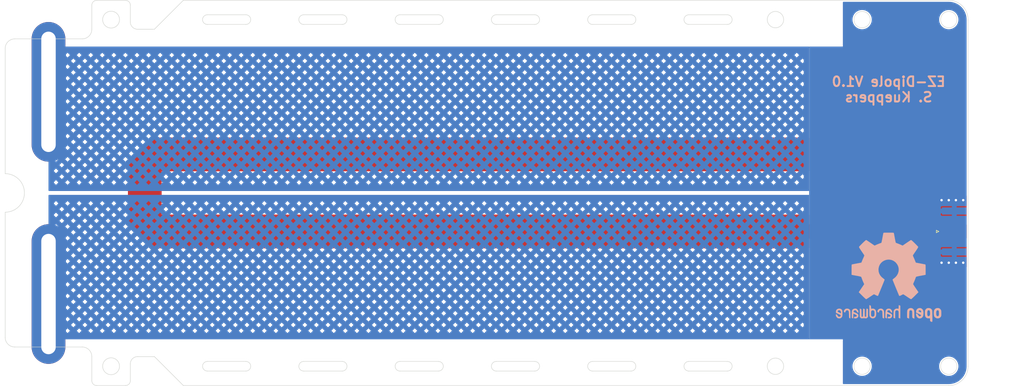
<source format=kicad_pcb>
(kicad_pcb (version 20211014) (generator pcbnew)
  (layers (0 "F.Cu" signal) (31 "B.Cu" signal) (34 "B.Paste" user) (35 "F.Paste" user) (36 "B.SilkS" user "B.Silkscreen") (37 "F.SilkS" user "F.Silkscreen") (38 "B.Mask" user) (39 "F.Mask" user) (44 "Edge.Cuts" user))
  (net 0 "")
  (net 1 "GND")
  (net 2 "/HOT")
  (footprint "ez-dipole:Slot" (layer "F.Cu") (at 60 111 90)
    (fp_text reference "TP2" hide)
    (fp_text value "TestPoint")
    (pad "1" thru_hole oval (at 0 0 90) (size 29 7) (drill oval 25 3) (layers *.Cu *.Mask) (net 1 "GND"))
  )
  (footprint "Connector_Coaxial:SMA_Amphenol_132289_EdgeMount" (layer "F.Cu") (at 248.1375 98)
    (fp_text reference "J1" hide)
    (fp_text value "Conn_Coaxial" hide)
    (fp_line (start -3.71 -0.25) (end -3.71 0.25) (layer "F.SilkS") (width 0.12))
    (fp_line (start -3.21 0) (end -3.71 -0.25) (layer "F.SilkS") (width 0.12))
    (fp_line (start -3.71 0.25) (end -3.21 0) (layer "F.SilkS") (width 0.12))
    (pad "1" smd rect (at 0 0 90) (size 1.5 5.08) (layers "F.Cu" "F.Paste" "F.Mask") (net 2 "/HOT"))
    (pad "2" smd rect (at 0 4.25 90) (size 1.5 5.08) (layers "B.Cu" "B.Paste" "B.Mask") (net 1 "GND"))
    (pad "2" smd rect (at 0 4.25 90) (size 1.5 5.08) (layers "F.Cu" "F.Paste" "F.Mask") (net 1 "GND"))
    (pad "2" smd rect (at 0 -4.25 90) (size 1.5 5.08) (layers "B.Cu" "B.Paste" "B.Mask") (net 1 "GND"))
    (pad "2" smd rect (at 0 -4.25 90) (size 1.5 5.08) (layers "F.Cu" "F.Paste" "F.Mask") (net 1 "GND"))
  )
  (footprint "ez-dipole:Slot" (layer "F.Cu") (at 60 69 90)
    (fp_text reference "TP1" hide)
    (fp_text value "TestPoint")
    (pad "1" thru_hole oval (at 0 0 90) (size 29 7) (drill oval 25 3) (layers *.Cu *.Mask) (net 1 "GND"))
  )
  (footprint "Symbol:OSHW-Logo2_24.3x20mm_SilkScreen" (layer "B.Cu") (at 234.5 107.5 180)
    (fp_text reference "REF**" hide)
    (fp_text value "OSHW-Logo2_24.3x20mm_SilkScreen" hide)
    (fp_poly (pts (xy 7.190678 -6.558594) (xy 7.330782 -6.622323) (xy 7.44075 -6.699543) (xy 7.521324 -6.785887) (xy 7.576954 -6.897272) (xy 7.612089 -7.049616) (xy 7.631179 -7.258835) (xy 7.638672 -7.540846) (xy 7.639464 -7.726555) (xy 7.639464 -8.451046) (xy 7.515527 -8.507515) (xy 7.41791 -8.548787) (xy 7.36955 -8.563985) (xy 7.360298 -8.518762) (xy 7.352958 -8.396824) (xy 7.348464 -8.218772) (xy 7.34751 -8.077395) (xy 7.34341 -7.873146) (xy 7.332354 -7.711113) (xy 7.316211 -7.611891) (xy 7.303387 -7.590805) (xy 7.217186 -7.612338) (xy 7.081862 -7.667566) (xy 6.92517 -7.742436) (xy 6.774863 -7.822892) (xy 6.658693 -7.89488) (xy 6.604413 -7.944346) (xy 6.604198 -7.944881) (xy 6.608867 -8.036428) (xy 6.650732 -8.12382) (xy 6.724235 -8.194802) (xy 6.831516 -8.218543) (xy 6.923202 -8.215777) (xy 7.053058 -8.213741) (xy 7.121221 -8.244164) (xy 7.162159 -8.324543) (xy 7.167321 -8.3397) (xy 7.185067 -8.454331) (xy 7.137609 -8.523934) (xy 7.013907 -8.557105) (xy 6.880281 -8.56324) (xy 6.639817 -8.517763) (xy 6.515338 -8.452817) (xy 6.361605 -8.300246) (xy 6.280073 -8.112971) (xy 6.272756 -7.915085) (xy 6.341669 -7.730685) (xy 6.445328 -7.615134) (xy 6.548823 -7.550442) (xy 6.711492 -7.468542) (xy 6.901054 -7.385486) (xy 6.93265 -7.372795) (xy 7.140869 -7.280908) (xy 7.260898 -7.199923) (xy 7.299501 -7.119413) (xy 7.26344 -7.02895) (xy 7.201533 -6.958238) (xy 7.055213 -6.87117) (xy 6.894217 -6.86464) (xy 6.746573 -6.931735) (xy 6.64031 -7.065544) (xy 6.626362 -7.100067) (xy 6.54516 -7.227042) (xy 6.426608 -7.321309) (xy 6.277012 -7.398668) (xy 6.277012 -7.179307) (xy 6.285817 -7.04528) (xy 6.32357 -6.939644) (xy 6.407279 -6.826939) (xy 6.487636 -6.740127) (xy 6.612591 -6.617204) (xy 6.709677 -6.551171) (xy 6.813954 -6.524684) (xy 6.931989 -6.520307) (xy 7.190678 -6.558594)) (layer "B.SilkS") (width 0.01) (fill solid))
    (fp_poly (pts (xy 8.892816 -6.566697) (xy 8.950976 -6.592116) (xy 9.089795 -6.702059) (xy 9.208505 -6.86103) (xy 9.281921 -7.030677) (xy 9.29387 -7.114313) (xy 9.253809 -7.231078) (xy 9.165935 -7.292862) (xy 9.071718 -7.330273) (xy 9.028577 -7.337167) (xy 9.007571 -7.287138) (xy 8.96609 -7.178269) (xy 8.947892 -7.129076) (xy 8.845848 -6.958913) (xy 8.698103 -6.874038) (xy 8.508655 -6.876648) (xy 8.494623 -6.879991) (xy 8.393481 -6.927945) (xy 8.319124 -7.021432) (xy 8.268338 -7.171939) (xy 8.237908 -7.390951) (xy 8.224618 -7.689956) (xy 8.223372 -7.849056) (xy 8.222754 -8.099855) (xy 8.218705 -8.270825) (xy 8.207933 -8.379454) (xy 8.187147 -8.44323) (xy 8.153055 -8.479643) (xy 8.102365 -8.506179) (xy 8.099435 -8.507515) (xy 8.001818 -8.548787) (xy 7.953458 -8.563985) (xy 7.946027 -8.518037) (xy 7.939666 -8.391034) (xy 7.934832 -8.199235) (xy 7.931985 -7.958902) (xy 7.931418 -7.783024) (xy 7.934313 -7.442688) (xy 7.945637 -7.184495) (xy 7.969346 -6.993374) (xy 8.009397 -6.854253) (xy 8.069747 -6.75206) (xy 8.154353 -6.671724) (xy 8.237899 -6.615655) (xy 8.438791 -6.541032) (xy 8.672596 -6.524202) (xy 8.892816 -6.566697)) (layer "B.SilkS") (width 0.01) (fill solid))
    (fp_poly (pts (xy -6.140747 -6.474461) (xy -5.948903 -6.603519) (xy -5.800648 -6.789915) (xy -5.712084 -7.027109) (xy -5.694172 -7.201691) (xy -5.696206 -7.274544) (xy -5.71324 -7.330324) (xy -5.760064 -7.380298) (xy -5.851473 -7.435733) (xy -6.002258 -7.507896) (xy -6.227213 -7.608055) (xy -6.228352 -7.608558) (xy -6.435415 -7.703396) (xy -6.605212 -7.787609) (xy -6.720388 -7.852133) (xy -6.76359 -7.8879) (xy -6.763601 -7.888188) (xy -6.725525 -7.966074) (xy -6.636484 -8.051924) (xy -6.534263 -8.113769) (xy -6.482474 -8.126054) (xy -6.341184 -8.083564) (xy -6.219512 -7.977152) (xy -6.160145 -7.860156) (xy -6.103033 -7.773905) (xy -5.991161 -7.675681) (xy -5.859654 -7.590827) (xy -5.743632 -7.544681) (xy -5.719371 -7.542146) (xy -5.692062 -7.583868) (xy -5.690416 -7.690519) (xy -5.710486 -7.834321) (xy -5.748322 -7.987501) (xy -5.799977 -8.122283) (xy -5.802586 -8.127516) (xy -5.958031 -8.344557) (xy -6.159493 -8.492185) (xy -6.388288 -8.564644) (xy -6.625733 -8.556177) (xy -6.853146 -8.461027) (xy -6.863257 -8.454337) (xy -7.04215 -8.292211) (xy -7.15978 -8.080682) (xy -7.224877 -7.802543) (xy -7.233613 -7.724398) (xy -7.249086 -7.355549) (xy -7.230537 -7.183541) (xy -6.763601 -7.183541) (xy -6.757534 -7.290838) (xy -6.724351 -7.322152) (xy -6.641623 -7.298725) (xy -6.511221 -7.243348) (xy -6.365457 -7.173932) (xy -6.361834 -7.172094) (xy -6.238283 -7.107108) (xy -6.188697 -7.06374) (xy -6.200925 -7.018275) (xy -6.252412 -6.958536) (xy -6.383399 -6.872085) (xy -6.524462 -6.865733) (xy -6.650995 -6.928649) (xy -6.738392 -7.050003) (xy -6.763601 -7.183541) (xy -7.230537 -7.183541) (xy -7.21726 -7.060435) (xy -7.135609 -6.826382) (xy -7.021939 -6.662413) (xy -6.816775 -6.496716) (xy -6.590786 -6.414519) (xy -6.360075 -6.409281) (xy -6.140747 -6.474461)) (layer "B.SilkS") (width 0.01) (fill solid))
    (fp_poly (pts (xy -9.919632 -6.443358) (xy -9.691564 -6.56328) (xy -9.523248 -6.756278) (xy -9.463459 -6.880355) (xy -9.416934 -7.066653) (xy -9.393118 -7.302045) (xy -9.39086 -7.558952) (xy -9.409008 -7.809799) (xy -9.446411 -8.027009) (xy -9.501916 -8.183005) (xy -9.518975 -8.209871) (xy -9.72103 -8.410415) (xy -9.961022 -8.530529) (xy -10.221434 -8.56568) (xy -10.484753 -8.511337) (xy -10.558033 -8.478756) (xy -10.700739 -8.378353) (xy -10.825986 -8.245225) (xy -10.837823 -8.228341) (xy -10.885935 -8.146969) (xy -10.917738 -8.059984) (xy -10.936526 -7.945475) (xy -10.945592 -7.78153) (xy -10.948229 -7.54624) (xy -10.948275 -7.493487) (xy -10.948154 -7.476699) (xy -10.461685 -7.476699) (xy -10.458854 -7.698761) (xy -10.447712 -7.846123) (xy -10.424291 -7.941308) (xy -10.384619 -8.006837) (xy -10.364367 -8.028736) (xy -10.24794 -8.111953) (xy -10.134902 -8.108158) (xy -10.020609 -8.035973) (xy -9.952441 -7.958911) (xy -9.91207 -7.846429) (xy -9.889398 -7.669055) (xy -9.887843 -7.648367) (xy -9.883973 -7.326911) (xy -9.924417 -7.088167) (xy -10.008626 -6.9336) (xy -10.136053 -6.864678) (xy -10.18154 -6.86092) (xy -10.300981 -6.879821) (xy -10.382683 -6.945306) (xy -10.432637 -7.070544) (xy -10.456834 -7.268704) (xy -10.461685 -7.476699) (xy -10.948154 -7.476699) (xy -10.946463 -7.242765) (xy -10.938853 -7.067582) (xy -10.922186 -6.946191) (xy -10.893201 -6.856847) (xy -10.84864 -6.777803) (xy -10.838793 -6.763107) (xy -10.67328 -6.565011) (xy -10.49293 -6.450014) (xy -10.273365 -6.404365) (xy -10.198805 -6.402135) (xy -9.919632 -6.443358)) (layer "B.SilkS") (width 0.01) (fill solid))
    (fp_poly (pts (xy 0.133241 -6.540601) (xy 0.323905 -6.611403) (xy 0.326086 -6.612764) (xy 0.444006 -6.69955) (xy 0.53106 -6.800973) (xy 0.592286 -6.933145) (xy 0.632723 -7.112182) (xy 0.657409 -7.354195) (xy 0.671382 -7.675299) (xy 0.672607 -7.721048) (xy 0.6902 -8.410869) (xy 0.542152 -8.487427) (xy 0.43503 -8.539163) (xy 0.370351 -8.563678) (xy 0.367359 -8.563985) (xy 0.356166 -8.518751) (xy 0.347275 -8.396736) (xy 0.341806 -8.218468) (xy 0.340613 -8.074116) (xy 0.340586 -7.840271) (xy 0.329896 -7.693419) (xy 0.292633 -7.623376) (xy 0.212888 -7.619958) (xy 0.074749 -7.672983) (xy -0.133812 -7.770454) (xy -0.287171 -7.851409) (xy -0.366048 -7.921644) (xy -0.389236 -7.998194) (xy -0.389272 -8.001982) (xy -0.351007 -8.133852) (xy -0.237717 -8.205091) (xy -0.064336 -8.21541) (xy 0.06055 -8.21362) (xy 0.126399 -8.249589) (xy 0.167464 -8.335985) (xy 0.191099 -8.446054) (xy 0.157039 -8.508508) (xy 0.144214 -8.517446) (xy 0.023472 -8.553343) (xy -0.145612 -8.558426) (xy -0.319739 -8.534631) (xy -0.443124 -8.491147) (xy -0.613713 -8.346309) (xy -0.710681 -8.144694) (xy -0.729885 -7.98718) (xy -0.71523 -7.845104) (xy -0.662199 -7.729127) (xy -0.557194 -7.626121) (xy -0.386614 -7.522954) (xy -0.136862 -7.406496) (xy -0.121647 -7.399914) (xy 0.103329 -7.295981) (xy 0.242157 -7.210743) (xy 0.301662 -7.134147) (xy 0.288672 -7.056139) (xy 0.210012 -6.966664) (xy 0.18649 -6.946073) (xy 0.028933 -6.866236) (xy -0.134323 -6.869597) (xy -0.276505 -6.947874) (xy -0.37084 -7.092781) (xy -0.379605 -7.121224) (xy -0.464962 -7.259174) (xy -0.573271 -7.32562) (xy -0.729885 -7.391471) (xy -0.729885 -7.221097) (xy -0.682244 -6.973454) (xy -0.540841 -6.746307) (xy -0.467258 -6.670318) (xy -0.299991 -6.57279) (xy -0.087274 -6.52864) (xy 0.133241 -6.540601)) (layer "B.SilkS") (width 0.01) (fill solid))
    (fp_poly (pts (xy -4.304284 -6.462865) (xy -4.148128 -6.55319) (xy -4.039559 -6.642845) (xy -3.960155 -6.736776) (xy -3.905454 -6.851646) (xy -3.87099 -7.004114) (xy -3.852299 -7.210844) (xy -3.844919 -7.488496) (xy -3.844061 -7.688086) (xy -3.844061 -8.422766) (xy -4.050862 -8.515472) (xy -4.257662 -8.608179) (xy -4.281992 -7.803492) (xy -4.292045 -7.502966) (xy -4.302591 -7.284835) (xy -4.315657 -7.134186) (xy -4.333271 -7.036107) (xy -4.357461 -6.975688) (xy -4.390254 -6.938016) (xy -4.400775 -6.929862) (xy -4.560187 -6.866178) (xy -4.721321 -6.891378) (xy -4.817241 -6.958238) (xy -4.856259 -7.005616) (xy -4.883267 -7.067787) (xy -4.900432 -7.162039) (xy -4.909918 -7.305657) (xy -4.913893 -7.515931) (xy -4.914559 -7.73507) (xy -4.91469 -8.009999) (xy -4.919397 -8.204602) (xy -4.935154 -8.335851) (xy -4.968433 -8.420718) (xy -5.025707 -8.476177) (xy -5.113447 -8.519201) (xy -5.230638 -8.563907) (xy -5.358632 -8.612571) (xy -5.343396 -7.74891) (xy -5.337261 -7.437565) (xy -5.330082 -7.207483) (xy -5.319795 -7.042614) (xy -5.30433 -6.926909) (xy -5.281621 -6.844316) (xy -5.249601 -6.778788) (xy -5.210997 -6.720974) (xy -5.024747 -6.536283) (xy -4.797479 -6.429481) (xy -4.550291 -6.403898) (xy -4.304284 -6.462865)) (layer "B.SilkS") (width 0.01) (fill solid))
    (fp_poly (pts (xy 10.572399 -6.594233) (xy 10.764917 -6.720057) (xy 10.857774 -6.832696) (xy 10.93134 -7.037092) (xy 10.937183 -7.19883) (xy 10.923947 -7.415094) (xy 10.425192 -7.633398) (xy 10.182685 -7.74493) (xy 10.024229 -7.83465) (xy 9.941836 -7.912361) (xy 9.927518 -7.987867) (xy 9.973287 -8.070971) (xy 10.023755 -8.126054) (xy 10.170605 -8.214389) (xy 10.330328 -8.220579) (xy 10.47702 -8.151735) (xy 10.584781 -8.014972) (xy 10.604055 -7.96668) (xy 10.696376 -7.815848) (xy 10.802588 -7.751567) (xy 10.948276 -7.696576) (xy 10.948276 -7.905057) (xy 10.935396 -8.046926) (xy 10.884943 -8.166563) (xy 10.779197 -8.303927) (xy 10.76348 -8.321777) (xy 10.645855 -8.443986) (xy 10.544746 -8.50957) (xy 10.41825 -8.539742) (xy 10.313384 -8.549623) (xy 10.125811 -8.552085) (xy 9.992284 -8.520892) (xy 9.908983 -8.474579) (xy 9.778063 -8.372735) (xy 9.687439 -8.262591) (xy 9.630087 -8.124069) (xy 9.59898 -7.93709) (xy 9.587094 -7.681577) (xy 9.586145 -7.551894) (xy 9.589371 -7.396421) (xy 9.883166 -7.396421) (xy 9.886573 -7.479827) (xy 9.895066 -7.493487) (xy 9.95111 -7.474931) (xy 10.071718 -7.425822) (xy 10.232913 -7.356002) (xy 10.266622 -7.340995) (xy 10.470339 -7.237404) (xy 10.582579 -7.146359) (xy 10.607247 -7.061081) (xy 10.548245 -6.974794) (xy 10.499518 -6.936667) (xy 10.323694 -6.860417) (xy 10.159127 -6.873014) (xy 10.021354 -6.966086) (xy 9.925913 -7.131256) (xy 9.895314 -7.262357) (xy 9.883166 -7.396421) (xy 9.589371 -7.396421) (xy 9.592432 -7.248919) (xy 9.615599 -7.024756) (xy 9.66149 -6.861526) (xy 9.735954 -6.741352) (xy 9.844836 -6.646355) (xy 9.892305 -6.615655) (xy 10.107938 -6.535703) (xy 10.344021 -6.530672) (xy 10.572399 -6.594233)) (layer "B.SilkS") (width 0.01) (fill solid))
    (fp_poly (pts (xy 0.348357 9.245003) (xy 0.611677 9.243561) (xy 0.802246 9.239658) (xy 0.932345 9.232063) (xy 1.014257 9.21955) (xy 1.060266 9.200889) (xy 1.082653 9.174852) (xy 1.093702 9.140212) (xy 1.094776 9.135728) (xy 1.111559 9.054811) (xy 1.142625 8.895158) (xy 1.184742 8.673762) (xy 1.234679 8.407615) (xy 1.289203 8.11371) (xy 1.291107 8.103388) (xy 1.345723 7.815364) (xy 1.396822 7.560885) (xy 1.441106 7.355215) (xy 1.475279 7.213615) (xy 1.496043 7.15135) (xy 1.497033 7.150247) (xy 1.558199 7.119841) (xy 1.68431 7.069172) (xy 1.848131 7.009178) (xy 1.849043 7.008858) (xy 2.055388 6.931296) (xy 2.29866 6.832493) (xy 2.527969 6.733152) (xy 2.538822 6.72824) (xy 2.912317 6.558724) (xy 3.739365 7.123505) (xy 3.993077 7.29568) (xy 4.222902 7.449605) (xy 4.415525 7.576526) (xy 4.557632 7.667691) (xy 4.635907 7.714345) (xy 4.64334 7.717805) (xy 4.700224 7.7024) (xy 4.806469 7.628073) (xy 4.966219 7.491319) (xy 5.183616 7.288632) (xy 5.405548 7.072992) (xy 5.619491 6.860497) (xy 5.810969 6.66659) (xy 5.968455 6.503246) (xy 6.080422 6.382439) (xy 6.135343 6.316145) (xy 6.137386 6.312732) (xy 6.143458 6.267239) (xy 6.120584 6.192944) (xy 6.063115 6.079814) (xy 5.965399 5.917815) (xy 5.821784 5.696914) (xy 5.630333 5.41254) (xy 5.460423 5.162241) (xy 5.308538 4.93775) (xy 5.183455 4.7521) (xy 5.093949 4.618325) (xy 5.0488 4.549458) (xy 5.045958 4.544782) (xy 5.05147 4.478799) (xy 5.093255 4.350552) (xy 5.162997 4.18428) (xy 5.187854 4.131181) (xy 5.296311 3.894623) (xy 5.41202 3.626211) (xy 5.506015 3.393965) (xy 5.573745 3.221593) (xy 5.627543 3.090597) (xy 5.658631 3.022133) (xy 5.662496 3.016858) (xy 5.719671 3.00812) (xy 5.854448 2.984177) (xy 6.048906 2.948438) (xy 6.285125 2.904311) (xy 6.545184 2.855205) (xy 6.811163 2.804528) (xy 7.065143 2.755687) (xy 7.289201 2.712091) (xy 7.46542 2.677149) (xy 7.575877 2.654268) (xy 7.60297 2.647799) (xy 7.630956 2.631833) (xy 7.652081 2.595773) (xy 7.667297 2.527448) (xy 7.677553 2.414685) (xy 7.6838 2.245314) (xy 7.686988 2.007162) (xy 7.688067 1.688058) (xy 7.688123 1.557259) (xy 7.688123 0.493489) (xy 7.432663 0.443067) (xy 7.290537 0.415727) (xy 7.07845 0.375818) (xy 6.822193 0.328155) (xy 6.547558 0.277554) (xy 6.471648 0.263656) (xy 6.218221 0.214383) (xy 5.997447 0.16593) (xy 5.827857 0.122785) (xy 5.72798 0.089437) (xy 5.711343 0.079498) (xy 5.670489 0.009109) (xy 5.611913 -0.127283) (xy 5.546955 -0.302805) (xy 5.534071 -0.340613) (xy 5.448934 -0.57503) (xy 5.343256 -0.839524) (xy 5.23984 -1.077041) (xy 5.23933 -1.078144) (xy 5.067112 -1.450733) (xy 5.633524 -2.283893) (xy 6.199935 -3.117053) (xy 5.472702 -3.8455) (xy 5.252748 -4.062302) (xy 5.052132 -4.253414) (xy 4.882122 -4.408636) (xy 4.753985 -4.517764) (xy 4.678989 -4.570595) (xy 4.668231 -4.573947) (xy 4.605067 -4.547549) (xy 4.47618 -4.47416) (xy 4.295649 -4.362484) (xy 4.077554 -4.221224) (xy 3.841754 -4.063027) (xy 3.602436 -3.901664) (xy 3.389059 -3.761252) (xy 3.215175 -3.650431) (xy 3.094334 -3.577838) (xy 3.040263 -3.552108) (xy 2.974294 -3.57388) (xy 2.849198 -3.631251) (xy 2.69078 -3.7123) (xy 2.673987 -3.721309) (xy 2.460652 -3.8283) (xy 2.314364 -3.880772) (xy 2.22338 -3.88133) (xy 2.175959 -3.83258) (xy 2.175683 -3.831897) (xy 2.15198 -3.774164) (xy 2.095449 -3.637115) (xy 2.010474 -3.431357) (xy 1.901438 -3.167498) (xy 1.772724 -2.856144) (xy 1.628715 -2.507904) (xy 1.489251 -2.170744) (xy 1.33598 -1.798666) (xy 1.195251 -1.453987) (xy 1.071282 -1.147271) (xy 0.968291 -0.889085) (xy 0.890496 -0.689994) (xy 0.842114 -0.560565) (xy 0.827204 -0.512261) (xy 0.864594 -0.45685) (xy 0.962398 -0.368538) (xy 1.092815 -0.271174) (xy 1.464223 0.036747) (xy 1.75453 0.389696) (xy 1.960256 0.780239) (xy 2.077923 1.200943) (xy 2.104051 1.644371) (xy 2.08506 1.849042) (xy 1.981583 2.273677) (xy 1.803373 2.648664) (xy 1.561482 2.970304) (xy 1.266963 3.234899) (xy 0.930871 3.43875) (xy 0.564258 3.578158) (xy 0.178177 3.649426) (xy -0.216319 3.648855) (xy -0.608175 3.572746) (xy -0.98634 3.417401) (xy -1.33976 3.179121) (xy -1.487273 3.044361) (xy -1.770184 2.698321) (xy -1.967168 2.320174) (xy -2.079536 1.920945) (xy -2.108599 1.511655) (xy -2.055669 1.103328) (xy -1.922057 0.706987) (xy -1.709075 0.333655) (xy -1.418034 -0.005645) (xy -1.092814 -0.271174) (xy -0.957348 -0.372671) (xy -0.861651 -0.460025) (xy -0.827203 -0.512343) (xy -0.84524 -0.569398) (xy -0.896538 -0.705698) (xy -0.976876 -0.910678) (xy -1.082036 -1.173772) (xy -1.207796 -1.484416) (xy -1.349937 -1.832043) (xy -1.489635 -2.170826) (xy -1.643759 -2.543222) (xy -1.786518 -2.888307) (xy -1.913529 -3.195477) (xy -2.020411 -3.454125) (xy -2.10278 -3.653647) (xy -2.156253 -3.783435) (xy -2.176067 -3.831897) (xy -2.222876 -3.881129) (xy -2.313417 -3.880985) (xy -2.459342 -3.828877) (xy -2.672302 -3.722216) (xy -2.673986 -3.721309) (xy -2.83433 -3.638536) (xy -2.963948 -3.578242) (xy -3.037037 -3.552346) (xy -3.040263 -3.552108) (xy -3.095284 -3.578374) (xy -3.216757 -3.651416) (xy -3.391129 -3.762595) (xy -3.60485 -3.903273) (xy -3.841753 -4.063027) (xy -4.082945 -4.224779) (xy -4.300326 -4.36545) (xy -4.479816 -4.476335) (xy -4.607336 -4.54873) (xy -4.66823 -4.573947) (xy -4.724303 -4.540803) (xy -4.83704 -4.448173) (xy -4.995177 -4.306257) (xy -5.187449 -4.125255) (xy -5.402591 -3.915369) (xy -5.472952 -3.845249) (xy -6.200434 -3.116552) (xy -5.646705 -2.3039) (xy -5.478423 -2.054342) (xy -5.330729 -1.830366) (xy -5.21191 -1.644949) (xy -5.13025 -1.511065) (xy -5.094036 -1.44169) (xy -5.092975 -1.436755) (xy -5.112067 -1.371364) (xy -5.163418 -1.239825) (xy -5.23814 -1.064181) (xy -5.290588 -0.946591) (xy -5.388654 -0.721461) (xy -5.481007 -0.494015) (xy -5.552606 -0.301839) (xy -5.572056 -0.243295) (xy -5.627314 -0.086956) (xy -5.681331 0.033842) (xy -5.711001 0.079498) (xy -5.776476 0.107439) (xy -5.919376 0.147049) (xy -6.121161 0.193838) (xy -6.363288 0.243317) (xy -6.471647 0.263656) (xy -6.746811 0.314219) (xy -7.010746 0.363178) (xy -7.237659 0.405719) (xy -7.401761 0.437025) (xy -7.432662 0.443067) (xy -7.688122 0.493489) (xy -7.688122 1.557259) (xy -7.687548 1.90705) (xy -7.685193 2.1717) (xy -7.680107 2.363378) (xy -7.671339 2.494256) (xy -7.657938 2.576507) (xy -7.638954 2.622302) (xy -7.613438 2.643812) (xy -7.602969 2.647799) (xy -7.539826 2.661944) (xy -7.400325 2.690166) (xy -7.202389 2.729057) (xy -6.963935 2.775208) (xy -6.702886 2.825212) (xy -6.437161 2.875659) (xy -6.184681 2.923142) (xy -5.963365 2.964252) (xy -5.791134 2.995581) (xy -5.685908 3.013722) (xy -5.662495 3.016858) (xy -5.641284 3.058827) (xy -5.594332 3.17063) (xy -5.530419 3.331112) (xy -5.506014 3.393965) (xy -5.40758 3.636797) (xy -5.291666 3.905082) (xy -5.187853 4.131181) (xy -5.111465 4.304065) (xy -5.060644 4.446123) (xy -5.043679 4.533122) (xy -5.046384 4.544782) (xy -5.082239 4.59983) (xy -5.164108 4.722261) (xy -5.283205 4.899038) (xy -5.430742 5.117123) (xy -5.597931 5.36348) (xy -5.63099 5.412109) (xy -5.82498 5.700227) (xy -5.967579 5.919623) (xy -6.064473 6.080398) (xy -6.121346 6.192654) (xy -6.143884 6.26649) (xy -6.137772 6.31201) (xy -6.137616 6.3123) (xy -6.089511 6.37209) (xy -5.983111 6.487681) (xy -5.829948 6.647091) (xy -5.641555 6.838335) (xy -5.429465 7.049432) (xy -5.405547 7.072992) (xy -5.138262 7.331828) (xy -4.931992 7.521883) (xy -4.782592 7.646663) (xy -4.68592 7.709673) (xy -4.643339 7.717805) (xy -4.581196 7.682328) (xy -4.452237 7.600377) (xy -4.269778 7.480708) (xy -4.047133 7.332074) (xy -3.797616 7.163228) (xy -3.739364 7.123505) (xy -2.912316 6.558724) (xy -2.538821 6.72824) (xy -2.311684 6.827029) (xy -2.067872 6.926383) (xy -1.858275 7.005599) (xy -1.849042 7.008858) (xy -1.685095 7.068871) (xy -1.558715 7.119618) (xy -1.497137 7.150159) (xy -1.497032 7.150247) (xy -1.477493 7.205452) (xy -1.444279 7.341221) (xy -1.400687 7.542291) (xy -1.350016 7.793401) (xy -1.295561 8.079287) (xy -1.291106 8.103388) (xy -1.236482 8.397941) (xy -1.186336 8.665316) (xy -1.143898 8.88852) (xy -1.112402 9.050561) (xy -1.095077 9.134447) (xy -1.094775 9.135728) (xy -1.084232 9.171412) (xy -1.063731 9.198354) (xy -1.020989 9.217782) (xy -0.943724 9.230925) (xy -0.819652 9.239011) (xy -0.636491 9.243268) (xy -0.381958 9.244925) (xy -0.043769 9.24521) (xy 0 9.24521) (xy 0.348357 9.245003)) (layer "B.SilkS") (width 0.01) (fill solid))
    (fp_poly (pts (xy -8.046834 -6.436506) (xy -7.860916 -6.529204) (xy -7.69682 -6.699885) (xy -7.651628 -6.763107) (xy -7.602396 -6.845834) (xy -7.570453 -6.935687) (xy -7.552178 -7.055608) (xy -7.543952 -7.228537) (xy -7.542145 -7.456835) (xy -7.550303 -7.769693) (xy -7.578659 -8.004598) (xy -7.633038 -8.179847) (xy -7.719263 -8.313738) (xy -7.843159 -8.424569) (xy -7.852263 -8.431131) (xy -7.974366 -8.498256) (xy -8.1214 -8.531467) (xy -8.308396 -8.539655) (xy -8.612387 -8.539655) (xy -8.612515 -8.834762) (xy -8.615344 -8.999117) (xy -8.632582 -9.095523) (xy -8.67763 -9.153343) (xy -8.763886 -9.201941) (xy -8.784601 -9.211869) (xy -8.881538 -9.258398) (xy -8.956593 -9.287786) (xy -9.012402 -9.290324) (xy -9.051603 -9.256302) (xy -9.076832 -9.176012) (xy -9.090728 -9.039743) (xy -9.095927 -8.837787) (xy -9.095066 -8.560434) (xy -9.090784 -8.197976) (xy -9.089447 -8.08956) (xy -9.084629 -7.715837) (xy -9.080313 -7.471369) (xy -8.612643 -7.471369) (xy -8.610015 -7.678877) (xy -8.598333 -7.814645) (xy -8.571903 -7.904192) (xy -8.525031 -7.973039) (xy -8.493207 -8.006618) (xy -8.363108 -8.104869) (xy -8.247921 -8.112866) (xy -8.129066 -8.03173) (xy -8.126053 -8.028736) (xy -8.077695 -7.96603) (xy -8.048278 -7.880808) (xy -8.03344 -7.749564) (xy -8.028819 -7.548793) (xy -8.028735 -7.504314) (xy -8.039902 -7.227639) (xy -8.076253 -7.035842) (xy -8.142059 -6.918757) (xy -8.241593 -6.866215) (xy -8.299119 -6.86092) (xy -8.435649 -6.885767) (xy -8.529298 -6.967581) (xy -8.58567 -7.11727) (xy -8.610367 -7.345743) (xy -8.612643 -7.471369) (xy -9.080313 -7.471369) (xy -9.079522 -7.426587) (xy -9.072922 -7.20897) (xy -9.063623 -7.050146) (xy -9.050423 -6.937274) (xy -9.032115 -6.857513) (xy -9.007497 -6.798023) (xy -8.975363 -6.745963) (xy -8.961585 -6.726373) (xy -8.778812 -6.541328) (xy -8.547724 -6.436412) (xy -8.28041 -6.407163) (xy -8.046834 -6.436506)) (layer "B.SilkS") (width 0.01) (fill solid))
    (fp_poly (pts (xy -2.092337 -6.206429) (xy -2.078077 -6.405313) (xy -2.061698 -6.522511) (xy -2.039002 -6.573632) (xy -2.005788 -6.574286) (xy -1.995019 -6.568183) (xy -1.851767 -6.523997) (xy -1.665425 -6.526577) (xy -1.475976 -6.571999) (xy -1.357483 -6.630759) (xy -1.235991 -6.724631) (xy -1.147177 -6.830865) (xy -1.086208 -6.96585) (xy -1.04825 -7.145976) (xy -1.028468 -7.387633) (xy -1.02203 -7.707211) (xy -1.021914 -7.768516) (xy -1.021839 -8.457147) (xy -1.175077 -8.510566) (xy -1.283913 -8.546908) (xy -1.343626 -8.563828) (xy -1.345383 -8.563985) (xy -1.351264 -8.5181) (xy -1.356268 -8.391539) (xy -1.360016 -8.200941) (xy -1.362127 -7.962948) (xy -1.362452 -7.818252) (xy -1.363129 -7.532955) (xy -1.366614 -7.32848) (xy -1.375088 -7.188334) (xy -1.390734 -7.096023) (xy -1.415731 -7.035053) (xy -1.452262 -6.988931) (xy -1.475071 -6.96672) (xy -1.631751 -6.877214) (xy -1.802726 -6.870511) (xy -1.95785 -6.946208) (xy -1.986537 -6.973539) (xy -2.028613 -7.024929) (xy -2.057799 -7.085886) (xy -2.076429 -7.174025) (xy -2.086839 -7.306961) (xy -2.091363 -7.502309) (xy -2.092337 -7.771652) (xy -2.092337 -8.457147) (xy -2.245575 -8.510566) (xy -2.354411 -8.546908) (xy -2.414124 -8.563828) (xy -2.415881 -8.563985) (xy -2.420375 -8.517414) (xy -2.424425 -8.386051) (xy -2.42787 -8.182422) (xy -2.430547 -7.919054) (xy -2.432294 -7.608471) (xy -2.432949 -7.263201) (xy -2.43295 -7.247843) (xy -2.43295 -5.931701) (xy -2.116666 -5.798289) (xy -2.092337 -6.206429)) (layer "B.SilkS") (width 0.01) (fill solid))
    (fp_poly (pts (xy 5.966873 -6.5664) (xy 5.974299 -6.694422) (xy 5.980118 -6.888985) (xy 5.983859 -7.134702) (xy 5.985058 -7.392426) (xy 5.985058 -8.264545) (xy 5.831075 -8.418528) (xy 5.724963 -8.513412) (xy 5.631816 -8.551845) (xy 5.504504 -8.549413) (xy 5.453968 -8.543223) (xy 5.296017 -8.52521) (xy 5.165371 -8.514888) (xy 5.133525 -8.513935) (xy 5.026166 -8.520171) (xy 4.872619 -8.535824) (xy 4.813083 -8.543223) (xy 4.666857 -8.554668) (xy 4.568589 -8.529808) (xy 4.47115 -8.453058) (xy 4.435976 -8.418528) (xy 4.281993 -8.264545) (xy 4.281993 -6.633246) (xy 4.40593 -6.576776) (xy 4.51265 -6.53495) (xy 4.575087 -6.520307) (xy 4.591096 -6.566583) (xy 4.606058 -6.695884) (xy 4.618978 -6.893914) (xy 4.628857 -7.14638) (xy 4.633622 -7.359675) (xy 4.646935 -8.199042) (xy 4.76308 -8.215464) (xy 4.868716 -8.203982) (xy 4.920477 -8.166805) (xy 4.934945 -8.097298) (xy 4.947298 -7.94924) (xy 4.956552 -7.741391) (xy 4.961728 -7.492512) (xy 4.962474 -7.364435) (xy 4.963219 -6.627145) (xy 5.116457 -6.573726) (xy 5.224916 -6.537406) (xy 5.283913 -6.520468) (xy 5.285614 -6.520307) (xy 5.291533 -6.566349) (xy 5.298039 -6.694018) (xy 5.304586 -6.887632) (xy 5.310627 -7.131507) (xy 5.314848 -7.359675) (xy 5.328161 -8.199042) (xy 5.620115 -8.199042) (xy 5.633513 -7.433275) (xy 5.64691 -6.667508) (xy 5.789238 -6.593908) (xy 5.894322 -6.543366) (xy 5.956517 -6.520431) (xy 5.958312 -6.520307) (xy 5.966873 -6.5664)) (layer "B.SilkS") (width 0.01) (fill solid))
    (fp_poly (pts (xy 3.989857 -6.924093) (xy 3.989239 -7.287769) (xy 3.986847 -7.567532) (xy 3.981671 -7.776784) (xy 3.972704 -7.928926) (xy 3.958936 -8.037359) (xy 3.939361 -8.115485) (xy 3.912968 -8.176707) (xy 3.892984 -8.211652) (xy 3.727483 -8.401157) (xy 3.517648 -8.519942) (xy 3.285486 -8.562564) (xy 3.053008 -8.523583) (xy 2.914572 -8.453532) (xy 2.769242 -8.332353) (xy 2.670195 -8.184354) (xy 2.610435 -7.990534) (xy 2.582969 -7.731892) (xy 2.579079 -7.542146) (xy 2.579603 -7.52851) (xy 2.919541 -7.52851) (xy 2.921617 -7.746096) (xy 2.93113 -7.890134) (xy 2.953008 -7.984364) (xy 2.992176 -8.052523) (xy 3.038976 -8.103936) (xy 3.196146 -8.203175) (xy 3.3649 -8.211653) (xy 3.524393 -8.128799) (xy 3.536807 -8.117572) (xy 3.589791 -8.059171) (xy 3.623014 -7.989686) (xy 3.641 -7.88627) (xy 3.648275 -7.726073) (xy 3.649426 -7.548965) (xy 3.646932 -7.326467) (xy 3.636608 -7.178037) (xy 3.614191 -7.080489) (xy 3.575418 -7.010637) (xy 3.543626 -6.973539) (xy 3.395939 -6.879975) (xy 3.225846 -6.868725) (xy 3.063492 -6.94019) (xy 3.03216 -6.96672) (xy 2.978822 -7.025636) (xy 2.945531 -7.095837) (xy 2.927656 -7.200418) (xy 2.920566 -7.362479) (xy 2.919541 -7.52851) (xy 2.579603 -7.52851) (xy 2.59084 -7.236579) (xy 2.630787 -7.006993) (xy 2.705913 -6.834387) (xy 2.823214 -6.69976) (xy 2.914572 -6.630759) (xy 3.080627 -6.556214) (xy 3.273092 -6.521613) (xy 3.451999 -6.530875) (xy 3.552108 -6.568238) (xy 3.591393 -6.578872) (xy 3.617461 -6.539225) (xy 3.635658 -6.432981) (xy 3.649426 -6.271145) (xy 3.664499 -6.090902) (xy 3.685436 -5.982458) (xy 3.723532 -5.920446) (xy 3.790085 -5.879499) (xy 3.831897 -5.861366) (xy 3.990039 -5.79512) (xy 3.989857 -6.924093)) (layer "B.SilkS") (width 0.01) (fill solid))
    (fp_poly (pts (xy 1.776572 -6.536534) (xy 1.997609 -6.618099) (xy 2.176683 -6.762366) (xy 2.24672 -6.86392) (xy 2.323071 -7.050268) (xy 2.321485 -7.18501) (xy 2.241347 -7.275631) (xy 2.211696 -7.29104) (xy 2.083674 -7.339084) (xy 2.018294 -7.326776) (xy 1.996148 -7.246098) (xy 1.99502 -7.201533) (xy 1.954477 -7.037581) (xy 1.848802 -6.922891) (xy 1.701924 -6.867497) (xy 1.537773 -6.881435) (xy 1.404337 -6.953827) (xy 1.359269 -6.99512) (xy 1.327323 -7.045216) (xy 1.305744 -7.120942) (xy 1.291773 -7.239128) (xy 1.282655 -7.4166) (xy 1.275631 -7.670186) (xy 1.273812 -7.750479) (xy 1.267178 -8.025158) (xy 1.259636 -8.218481) (xy 1.248325 -8.346388) (xy 1.230385 -8.424822) (xy 1.202955 -8.469725) (xy 1.163177 -8.497038) (xy 1.13771 -8.509105) (xy 1.029556 -8.550367) (xy 0.96589 -8.563985) (xy 0.944854 -8.518505) (xy 0.932013 -8.381006) (xy 0.9273 -8.149902) (xy 0.930644 -7.823604) (xy 0.931686 -7.773276) (xy 0.939035 -7.475581) (xy 0.947726 -7.258205) (xy 0.960092 -7.104153) (xy 0.97847 -6.99643) (xy 1.005195 -6.918042) (xy 1.042602 -6.851994) (xy 1.06217 -6.823691) (xy 1.174366 -6.698467) (xy 1.29985 -6.601063) (xy 1.315213 -6.592561) (xy 1.540223 -6.525433) (xy 1.776572 -6.536534)) (layer "B.SilkS") (width 0.01) (fill solid))
  )
  (gr_circle (center 211 126) (end 212.7 126) (layer "Edge.Cuts") (width 0.1) (fill none))
  (gr_line (start 93 53) (end 101 53) (layer "Edge.Cuts") (width 0.1))
  (gr_arc (start 181 125) (mid 182 126) (end 181 127) (layer "Edge.Cuts") (width 0.1))
  (gr_line (start 82 124) (end 88 130) (layer "Edge.Cuts") (width 0.1))
  (gr_arc (start 78.5 56) (mid 77.43934 55.56066) (end 77 54.5) (layer "Edge.Cuts") (width 0.1))
  (gr_arc (start 193 55) (mid 192 54) (end 193 53) (layer "Edge.Cuts") (width 0.1))
  (gr_arc (start 161 53) (mid 162 54) (end 161 55) (layer "Edge.Cuts") (width 0.1))
  (gr_circle (center 211 54) (end 212.7 54) (layer "Edge.Cuts") (width 0.1) (fill none))
  (gr_arc (start 93 127) (mid 92 126) (end 93 125) (layer "Edge.Cuts") (width 0.1))
  (gr_line (start 251 54) (end 251 126) (layer "Edge.Cuts") (width 0.1))
  (gr_arc (start 51 86) (mid 55 90) (end 51 94) (layer "Edge.Cuts") (width 0.1))
  (gr_arc (start 141 125) (mid 142 126) (end 141 127) (layer "Edge.Cuts") (width 0.1))
  (gr_circle (center 229 54) (end 230.7 54) (layer "Edge.Cuts") (width 0.1) (fill none))
  (gr_line (start 173 53) (end 181 53) (layer "Edge.Cuts") (width 0.1))
  (gr_line (start 101 55) (end 93 55) (layer "Edge.Cuts") (width 0.1))
  (gr_arc (start 113 55) (mid 112 54) (end 113 53) (layer "Edge.Cuts") (width 0.1))
  (gr_line (start 51 86) (end 51 60) (layer "Edge.Cuts") (width 0.1))
  (gr_line (start 77 51) (end 77 54.5) (layer "Edge.Cuts") (width 0.1))
  (gr_arc (start 67 122) (mid 68.414214 122.585786) (end 69 124) (layer "Edge.Cuts") (width 0.1))
  (gr_line (start 181 127) (end 173 127) (layer "Edge.Cuts") (width 0.1))
  (gr_circle (center 73 126) (end 73 127.75) (layer "Edge.Cuts") (width 0.1) (fill none))
  (gr_line (start 53 122) (end 67 122) (layer "Edge.Cuts") (width 0.1))
  (gr_line (start 193 125) (end 201 125) (layer "Edge.Cuts") (width 0.1))
  (gr_line (start 173 125) (end 181 125) (layer "Edge.Cuts") (width 0.1))
  (gr_arc (start 121 125) (mid 122 126) (end 121 127) (layer "Edge.Cuts") (width 0.1))
  (gr_line (start 193 53) (end 201 53) (layer "Edge.Cuts") (width 0.1))
  (gr_line (start 70 130) (end 76 130) (layer "Edge.Cuts") (width 0.1))
  (gr_line (start 161 55) (end 153 55) (layer "Edge.Cuts") (width 0.1))
  (gr_arc (start 251 126) (mid 249.828427 128.828427) (end 247 130) (layer "Edge.Cuts") (width 0.1))
  (gr_arc (start 173 127) (mid 172 126) (end 173 125) (layer "Edge.Cuts") (width 0.1))
  (gr_line (start 88 50) (end 247 50) (layer "Edge.Cuts") (width 0.1))
  (gr_line (start 78.5 124) (end 82 124) (layer "Edge.Cuts") (width 0.1))
  (gr_arc (start 193 127) (mid 192 126) (end 193 125) (layer "Edge.Cuts") (width 0.1))
  (gr_line (start 76 50) (end 70 50) (layer "Edge.Cuts") (width 0.1))
  (gr_line (start 69 51) (end 69 56) (layer "Edge.Cuts") (width 0.1))
  (gr_line (start 247 130) (end 88 130) (layer "Edge.Cuts") (width 0.1))
  (gr_arc (start 133 127) (mid 132 126) (end 133 125) (layer "Edge.Cuts") (width 0.1))
  (gr_arc (start 76 50) (mid 76.707107 50.292893) (end 77 51) (layer "Edge.Cuts") (width 0.1))
  (gr_line (start 121 127) (end 113 127) (layer "Edge.Cuts") (width 0.1))
  (gr_arc (start 121 53) (mid 122 54) (end 121 55) (layer "Edge.Cuts") (width 0.1))
  (gr_arc (start 173 55) (mid 172 54) (end 173 53) (layer "Edge.Cuts") (width 0.1))
  (gr_arc (start 53 122) (mid 51.585786 121.414214) (end 51 120) (layer "Edge.Cuts") (width 0.1))
  (gr_line (start 101 127) (end 93 127) (layer "Edge.Cuts") (width 0.1))
  (gr_line (start 82 56) (end 88 50) (layer "Edge.Cuts") (width 0.1))
  (gr_arc (start 77 125.5) (mid 77.43934 124.43934) (end 78.5 124) (layer "Edge.Cuts") (width 0.1))
  (gr_line (start 93 125) (end 101 125) (layer "Edge.Cuts") (width 0.1))
  (gr_arc (start 133 55) (mid 132 54) (end 133 53) (layer "Edge.Cuts") (width 0.1))
  (gr_circle (center 247 54) (end 248.7 54) (layer "Edge.Cuts") (width 0.1) (fill none))
  (gr_line (start 51 120) (end 51 94) (layer "Edge.Cuts") (width 0.1))
  (gr_line (start 161 127) (end 153 127) (layer "Edge.Cuts") (width 0.1))
  (gr_line (start 133 53) (end 141 53) (layer "Edge.Cuts") (width 0.1))
  (gr_line (start 153 53) (end 161 53) (layer "Edge.Cuts") (width 0.1))
  (gr_line (start 201 127) (end 193 127) (layer "Edge.Cuts") (width 0.1))
  (gr_line (start 113 53) (end 121 53) (layer "Edge.Cuts") (width 0.1))
  (gr_arc (start 153 55) (mid 152 54) (end 153 53) (layer "Edge.Cuts") (width 0.1))
  (gr_line (start 141 127) (end 133 127) (layer "Edge.Cuts") (width 0.1))
  (gr_circle (center 73 54) (end 73 52.25) (layer "Edge.Cuts") (width 0.1) (fill none))
  (gr_line (start 181 55) (end 173 55) (layer "Edge.Cuts") (width 0.1))
  (gr_circle (center 247 126) (end 248.7 126) (layer "Edge.Cuts") (width 0.1) (fill none))
  (gr_line (start 67 58) (end 53 58) (layer "Edge.Cuts") (width 0.1))
  (gr_arc (start 141 53) (mid 142 54) (end 141 55) (layer "Edge.Cuts") (width 0.1))
  (gr_arc (start 181 53) (mid 182 54) (end 181 55) (layer "Edge.Cuts") (width 0.1))
  (gr_arc (start 113 127) (mid 112 126) (end 113 125) (layer "Edge.Cuts") (width 0.1))
  (gr_arc (start 161 125) (mid 162 126) (end 161 127) (layer "Edge.Cuts") (width 0.1))
  (gr_arc (start 77 129) (mid 76.707107 129.707107) (end 76 130) (layer "Edge.Cuts") (width 0.1))
  (gr_arc (start 51 60) (mid 51.585786 58.585786) (end 53 58) (layer "Edge.Cuts") (width 0.1))
  (gr_line (start 77 125.5) (end 77 129) (layer "Edge.Cuts") (width 0.1))
  (gr_arc (start 247 50) (mid 249.828427 51.171573) (end 251 54) (layer "Edge.Cuts") (width 0.1))
  (gr_arc (start 101 53) (mid 102 54) (end 101 55) (layer "Edge.Cuts") (width 0.1))
  (gr_line (start 78.5 56) (end 82 56) (layer "Edge.Cuts") (width 0.1))
  (gr_arc (start 201 53) (mid 202 54) (end 201 55) (layer "Edge.Cuts") (width 0.1))
  (gr_arc (start 101 125) (mid 102 126) (end 101 127) (layer "Edge.Cuts") (width 0.1))
  (gr_arc (start 69 56) (mid 68.414214 57.414214) (end 67 58) (layer "Edge.Cuts") (width 0.1))
  (gr_line (start 113 125) (end 121 125) (layer "Edge.Cuts") (width 0.1))
  (gr_arc (start 70 130) (mid 69.292893 129.707107) (end 69 129) (layer "Edge.Cuts") (width 0.1))
  (gr_line (start 133 125) (end 141 125) (layer "Edge.Cuts") (width 0.1))
  (gr_arc (start 93 55) (mid 92 54) (end 93 53) (layer "Edge.Cuts") (width 0.1))
  (gr_line (start 141 55) (end 133 55) (layer "Edge.Cuts") (width 0.1))
  (gr_line (start 201 55) (end 193 55) (layer "Edge.Cuts") (width 0.1))
  (gr_arc (start 69 51) (mid 69.292893 50.292893) (end 70 50) (layer "Edge.Cuts") (width 0.1))
  (gr_line (start 69 124) (end 69 129) (layer "Edge.Cuts") (width 0.1))
  (gr_arc (start 153 127) (mid 152 126) (end 153 125) (layer "Edge.Cuts") (width 0.1))
  (gr_line (start 121 55) (end 113 55) (layer "Edge.Cuts") (width 0.1))
  (gr_line (start 153 125) (end 161 125) (layer "Edge.Cuts") (width 0.1))
  (gr_arc (start 201 125) (mid 202 126) (end 201 127) (layer "Edge.Cuts") (width 0.1))
  (gr_circle (center 229 126) (end 230.7 126) (layer "Edge.Cuts") (width 0.1) (fill none))
  (gr_text "EZ-Dipole V1.0\nS. Kueppers" (at 234.5 68.5) (layer "B.SilkS") (effects (font (size 2 2) (thickness 0.4)) (justify mirror)))
  (via (at 247 91.5) (size 1) (drill 0.5) (layers "F.Cu" "B.Cu") (net 1))
  (via (at 250 91.5) (size 1) (drill 0.5) (layers "F.Cu" "B.Cu") (net 1))
  (via (at 250 104.5) (size 1) (drill 0.5) (layers "F.Cu" "B.Cu") (net 1))
  (via (at 248.478731 91.498855) (size 1) (drill 0.5) (layers "F.Cu" "B.Cu") (net 1))
  (via (at 247 104.5) (size 1) (drill 0.5) (layers "F.Cu" "B.Cu") (net 1))
  (via (at 248.478731 104.501145) (size 1) (drill 0.5) (layers "F.Cu" "B.Cu") (net 1))
  (via (at 245.5 91.5) (size 1) (drill 0.5) (layers "F.Cu" "B.Cu") (net 1))
  (via (at 245.5 104.5) (size 1) (drill 0.5) (layers "F.Cu" "B.Cu") (net 1))
  (zone (net 2) (net_name "/HOT") (layer "F.Cu") (connect_pads yes (clearance 0.508)) (min_thickness 0.254) (fill yes (thermal_gap 0.508) (thermal_bridge_width 0.508) (island_removal_mode 1) (island_area_min 0))
    (polygon (pts (xy 218 85.5) (xy 83.5 85.5) (xy 83.5 94.5) (xy 218 94.5) (xy 218 101.5) (xy 81.5 101.5) (xy 76.5 96.5) (xy 76.5 83.5) (xy 81.5 78.5) (xy 218 78.5)))
  )
  (zone (net 2) (net_name "/HOT") (layer "F.Cu") (connect_pads yes (clearance 0.3)) (min_thickness 0.254) (fill yes (thermal_gap 0.508) (thermal_bridge_width 0.508) (island_removal_mode 1) (island_area_min 0))
    (polygon (pts (xy 251 99.5) (xy 218 99.5) (xy 218 96.5) (xy 251 96.5)))
  )
  (zone (net 1) (net_name "GND") (layer "F.Cu") (connect_pads yes (clearance 0.3)) (min_thickness 0.254) (fill yes (thermal_gap 0.508) (thermal_bridge_width 0.508) (island_removal_mode 1) (island_area_min 0))
    (polygon (pts (xy 251 95) (xy 245.5 95) (xy 244.5 94) (xy 244.5 91) (xy 245 90.5) (xy 251 90.5)))
  )
  (zone (net 1) (net_name "GND") (layer "F.Cu") (connect_pads yes (clearance 0.3)) (min_thickness 0.254) (fill yes (thermal_gap 0.508) (thermal_bridge_width 0.508) (island_removal_mode 1) (island_area_min 0))
    (polygon (pts (xy 251 101) (xy 245.5 101) (xy 244.5 102) (xy 244.5 105) (xy 245 105.5) (xy 251 105.5)))
  )
  (zone (net 1) (net_name "GND") (layer "B.Cu") (connect_pads yes (clearance 0.508)) (min_thickness 0.254) (fill yes (mode hatch) (thermal_gap 0.508) (thermal_bridge_width 0.508) (island_removal_mode 1) (island_area_min 0) (hatch_thickness 1) (hatch_gap 0.7) (hatch_orientation 45) (hatch_border_algorithm hatch_thickness) (hatch_min_hole_area 0.3))
    (polygon (pts (xy 218 120.4) (xy 60 120.4) (xy 60 90.4) (xy 218 90.4)))
  )
  (zone (net 1) (net_name "GND") (layer "B.Cu") (connect_pads yes (clearance 0.508)) (min_thickness 0.254) (fill yes (mode hatch) (thermal_gap 0.508) (thermal_bridge_width 0.508) (island_removal_mode 1) (island_area_min 0) (hatch_thickness 1) (hatch_gap 0.7) (hatch_orientation 45) (hatch_border_algorithm hatch_thickness) (hatch_min_hole_area 0.3))
    (polygon (pts (xy 218 89.6) (xy 60 89.6) (xy 60 59.6) (xy 218 59.6)))
  )
  (zone (net 1) (net_name "GND") (layer "B.Cu") (connect_pads (clearance 0.3)) (min_thickness 0.254) (fill yes (thermal_gap 0.25) (thermal_bridge_width 1))
    (polygon (pts (xy 251 130) (xy 225 130) (xy 225 120.4) (xy 218 120.4) (xy 218 59.6) (xy 225 59.6) (xy 225 50) (xy 251 50)))
  )
)
</source>
